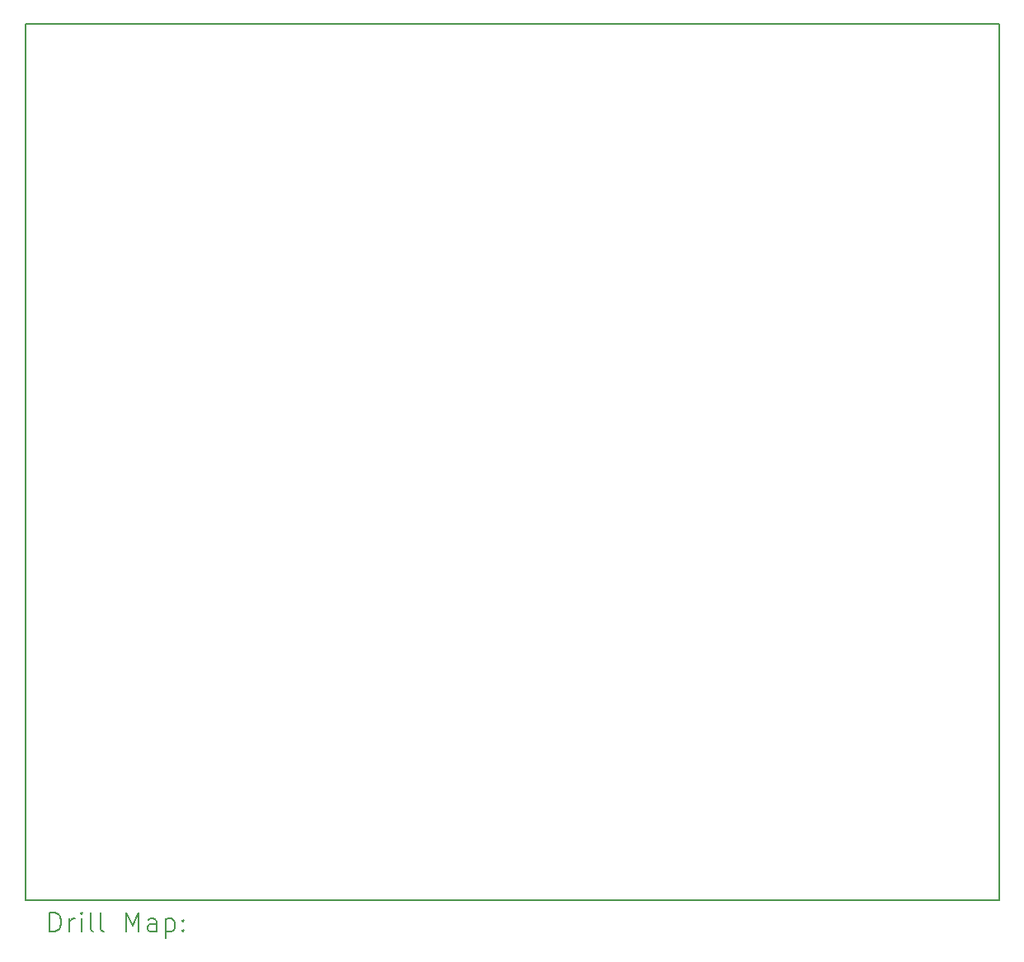
<source format=gbr>
%TF.GenerationSoftware,KiCad,Pcbnew,7.0.6*%
%TF.CreationDate,2024-12-08T10:07:49-05:00*%
%TF.ProjectId,Keypad,4b657970-6164-42e6-9b69-6361645f7063,rev?*%
%TF.SameCoordinates,Original*%
%TF.FileFunction,Drillmap*%
%TF.FilePolarity,Positive*%
%FSLAX45Y45*%
G04 Gerber Fmt 4.5, Leading zero omitted, Abs format (unit mm)*
G04 Created by KiCad (PCBNEW 7.0.6) date 2024-12-08 10:07:49*
%MOMM*%
%LPD*%
G01*
G04 APERTURE LIST*
%ADD10C,0.200000*%
G04 APERTURE END LIST*
D10*
X13000000Y-2500000D02*
X23000000Y-2500000D01*
X23000000Y-11500000D02*
X13000000Y-11500000D01*
X23000000Y-2500000D02*
X23000000Y-11500000D01*
X13000000Y-11500000D02*
X13000000Y-2500000D01*
X13250777Y-11821484D02*
X13250777Y-11621484D01*
X13250777Y-11621484D02*
X13298396Y-11621484D01*
X13298396Y-11621484D02*
X13326967Y-11631008D01*
X13326967Y-11631008D02*
X13346015Y-11650055D01*
X13346015Y-11650055D02*
X13355539Y-11669103D01*
X13355539Y-11669103D02*
X13365062Y-11707198D01*
X13365062Y-11707198D02*
X13365062Y-11735769D01*
X13365062Y-11735769D02*
X13355539Y-11773865D01*
X13355539Y-11773865D02*
X13346015Y-11792912D01*
X13346015Y-11792912D02*
X13326967Y-11811960D01*
X13326967Y-11811960D02*
X13298396Y-11821484D01*
X13298396Y-11821484D02*
X13250777Y-11821484D01*
X13450777Y-11821484D02*
X13450777Y-11688150D01*
X13450777Y-11726246D02*
X13460301Y-11707198D01*
X13460301Y-11707198D02*
X13469824Y-11697674D01*
X13469824Y-11697674D02*
X13488872Y-11688150D01*
X13488872Y-11688150D02*
X13507920Y-11688150D01*
X13574586Y-11821484D02*
X13574586Y-11688150D01*
X13574586Y-11621484D02*
X13565062Y-11631008D01*
X13565062Y-11631008D02*
X13574586Y-11640531D01*
X13574586Y-11640531D02*
X13584110Y-11631008D01*
X13584110Y-11631008D02*
X13574586Y-11621484D01*
X13574586Y-11621484D02*
X13574586Y-11640531D01*
X13698396Y-11821484D02*
X13679348Y-11811960D01*
X13679348Y-11811960D02*
X13669824Y-11792912D01*
X13669824Y-11792912D02*
X13669824Y-11621484D01*
X13803158Y-11821484D02*
X13784110Y-11811960D01*
X13784110Y-11811960D02*
X13774586Y-11792912D01*
X13774586Y-11792912D02*
X13774586Y-11621484D01*
X14031729Y-11821484D02*
X14031729Y-11621484D01*
X14031729Y-11621484D02*
X14098396Y-11764341D01*
X14098396Y-11764341D02*
X14165062Y-11621484D01*
X14165062Y-11621484D02*
X14165062Y-11821484D01*
X14346015Y-11821484D02*
X14346015Y-11716722D01*
X14346015Y-11716722D02*
X14336491Y-11697674D01*
X14336491Y-11697674D02*
X14317443Y-11688150D01*
X14317443Y-11688150D02*
X14279348Y-11688150D01*
X14279348Y-11688150D02*
X14260301Y-11697674D01*
X14346015Y-11811960D02*
X14326967Y-11821484D01*
X14326967Y-11821484D02*
X14279348Y-11821484D01*
X14279348Y-11821484D02*
X14260301Y-11811960D01*
X14260301Y-11811960D02*
X14250777Y-11792912D01*
X14250777Y-11792912D02*
X14250777Y-11773865D01*
X14250777Y-11773865D02*
X14260301Y-11754817D01*
X14260301Y-11754817D02*
X14279348Y-11745293D01*
X14279348Y-11745293D02*
X14326967Y-11745293D01*
X14326967Y-11745293D02*
X14346015Y-11735769D01*
X14441253Y-11688150D02*
X14441253Y-11888150D01*
X14441253Y-11697674D02*
X14460301Y-11688150D01*
X14460301Y-11688150D02*
X14498396Y-11688150D01*
X14498396Y-11688150D02*
X14517443Y-11697674D01*
X14517443Y-11697674D02*
X14526967Y-11707198D01*
X14526967Y-11707198D02*
X14536491Y-11726246D01*
X14536491Y-11726246D02*
X14536491Y-11783388D01*
X14536491Y-11783388D02*
X14526967Y-11802436D01*
X14526967Y-11802436D02*
X14517443Y-11811960D01*
X14517443Y-11811960D02*
X14498396Y-11821484D01*
X14498396Y-11821484D02*
X14460301Y-11821484D01*
X14460301Y-11821484D02*
X14441253Y-11811960D01*
X14622205Y-11802436D02*
X14631729Y-11811960D01*
X14631729Y-11811960D02*
X14622205Y-11821484D01*
X14622205Y-11821484D02*
X14612682Y-11811960D01*
X14612682Y-11811960D02*
X14622205Y-11802436D01*
X14622205Y-11802436D02*
X14622205Y-11821484D01*
X14622205Y-11697674D02*
X14631729Y-11707198D01*
X14631729Y-11707198D02*
X14622205Y-11716722D01*
X14622205Y-11716722D02*
X14612682Y-11707198D01*
X14612682Y-11707198D02*
X14622205Y-11697674D01*
X14622205Y-11697674D02*
X14622205Y-11716722D01*
M02*

</source>
